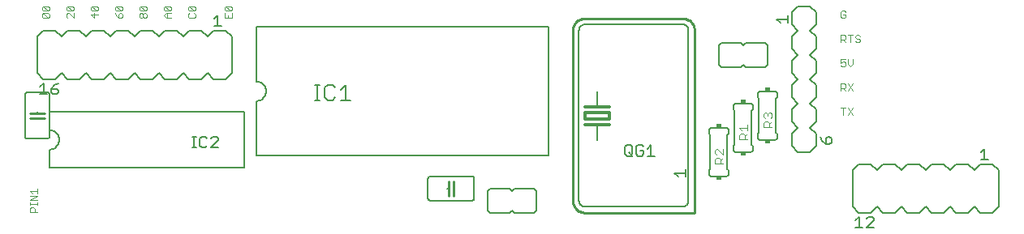
<source format=gto>
G75*
%MOIN*%
%OFA0B0*%
%FSLAX24Y24*%
%IPPOS*%
%LPD*%
%AMOC8*
5,1,8,0,0,1.08239X$1,22.5*
%
%ADD10C,0.0030*%
%ADD11C,0.0060*%
%ADD12C,0.0070*%
%ADD13C,0.0050*%
%ADD14R,0.0200X0.0150*%
%ADD15C,0.0040*%
%ADD16C,0.0100*%
%ADD17C,0.0120*%
D10*
X000375Y002195D02*
X000375Y002340D01*
X000423Y002388D01*
X000520Y002388D01*
X000568Y002340D01*
X000568Y002195D01*
X000665Y002195D02*
X000375Y002195D01*
X000375Y002490D02*
X000375Y002586D01*
X000375Y002538D02*
X000665Y002538D01*
X000665Y002490D02*
X000665Y002586D01*
X000665Y002686D02*
X000375Y002686D01*
X000665Y002880D01*
X000375Y002880D01*
X000472Y002981D02*
X000375Y003077D01*
X000665Y003077D01*
X000665Y002981D02*
X000665Y003174D01*
X000923Y010195D02*
X000875Y010243D01*
X000875Y010340D01*
X000923Y010388D01*
X001117Y010195D01*
X001165Y010243D01*
X001165Y010340D01*
X001117Y010388D01*
X000923Y010388D01*
X000923Y010490D02*
X000875Y010538D01*
X000875Y010635D01*
X000923Y010683D01*
X001117Y010490D01*
X001165Y010538D01*
X001165Y010635D01*
X001117Y010683D01*
X000923Y010683D01*
X000923Y010490D02*
X001117Y010490D01*
X001875Y010538D02*
X001875Y010635D01*
X001923Y010683D01*
X002117Y010490D01*
X002165Y010538D01*
X002165Y010635D01*
X002117Y010683D01*
X001923Y010683D01*
X001875Y010538D02*
X001923Y010490D01*
X002117Y010490D01*
X002165Y010388D02*
X002165Y010195D01*
X001972Y010388D01*
X001923Y010388D01*
X001875Y010340D01*
X001875Y010243D01*
X001923Y010195D01*
X001117Y010195D02*
X000923Y010195D01*
X002875Y010340D02*
X003020Y010195D01*
X003020Y010388D01*
X003117Y010490D02*
X002923Y010683D01*
X003117Y010683D01*
X003165Y010635D01*
X003165Y010538D01*
X003117Y010490D01*
X002923Y010490D01*
X002875Y010538D01*
X002875Y010635D01*
X002923Y010683D01*
X003875Y010635D02*
X003875Y010538D01*
X003923Y010490D01*
X004117Y010490D01*
X003923Y010683D01*
X004117Y010683D01*
X004165Y010635D01*
X004165Y010538D01*
X004117Y010490D01*
X004117Y010388D02*
X004068Y010388D01*
X004020Y010340D01*
X004020Y010195D01*
X004117Y010195D01*
X004165Y010243D01*
X004165Y010340D01*
X004117Y010388D01*
X003923Y010292D02*
X004020Y010195D01*
X003923Y010292D02*
X003875Y010388D01*
X003875Y010635D02*
X003923Y010683D01*
X004875Y010635D02*
X004875Y010538D01*
X004923Y010490D01*
X005117Y010490D01*
X004923Y010683D01*
X005117Y010683D01*
X005165Y010635D01*
X005165Y010538D01*
X005117Y010490D01*
X005117Y010388D02*
X005165Y010340D01*
X005165Y010243D01*
X005117Y010195D01*
X005068Y010195D01*
X005020Y010243D01*
X005020Y010340D01*
X005068Y010388D01*
X005117Y010388D01*
X005020Y010340D02*
X004972Y010388D01*
X004923Y010388D01*
X004875Y010340D01*
X004875Y010243D01*
X004923Y010195D01*
X004972Y010195D01*
X005020Y010243D01*
X005875Y010292D02*
X005972Y010195D01*
X006165Y010195D01*
X006020Y010195D02*
X006020Y010388D01*
X005972Y010388D02*
X006165Y010388D01*
X006117Y010490D02*
X005923Y010683D01*
X006117Y010683D01*
X006165Y010635D01*
X006165Y010538D01*
X006117Y010490D01*
X005923Y010490D01*
X005875Y010538D01*
X005875Y010635D01*
X005923Y010683D01*
X006875Y010635D02*
X006875Y010538D01*
X006923Y010490D01*
X007117Y010490D01*
X006923Y010683D01*
X007117Y010683D01*
X007165Y010635D01*
X007165Y010538D01*
X007117Y010490D01*
X007117Y010388D02*
X007165Y010340D01*
X007165Y010243D01*
X007117Y010195D01*
X006923Y010195D01*
X006875Y010243D01*
X006875Y010340D01*
X006923Y010388D01*
X006875Y010635D02*
X006923Y010683D01*
X005972Y010388D02*
X005875Y010292D01*
X004923Y010683D02*
X004875Y010635D01*
X003165Y010340D02*
X002875Y010340D01*
X008375Y010388D02*
X008375Y010195D01*
X008665Y010195D01*
X008665Y010388D01*
X008617Y010490D02*
X008423Y010490D01*
X008375Y010538D01*
X008375Y010635D01*
X008423Y010683D01*
X008617Y010490D01*
X008665Y010538D01*
X008665Y010635D01*
X008617Y010683D01*
X008423Y010683D01*
X008520Y010292D02*
X008520Y010195D01*
X033695Y010243D02*
X033743Y010195D01*
X033840Y010195D01*
X033888Y010243D01*
X033888Y010340D01*
X033792Y010340D01*
X033888Y010437D02*
X033840Y010485D01*
X033743Y010485D01*
X033695Y010437D01*
X033695Y010243D01*
X033695Y009485D02*
X033840Y009485D01*
X033888Y009437D01*
X033888Y009340D01*
X033840Y009292D01*
X033695Y009292D01*
X033792Y009292D02*
X033888Y009195D01*
X033695Y009195D02*
X033695Y009485D01*
X033990Y009485D02*
X034183Y009485D01*
X034086Y009485D02*
X034086Y009195D01*
X034284Y009243D02*
X034333Y009195D01*
X034429Y009195D01*
X034478Y009243D01*
X034478Y009292D01*
X034429Y009340D01*
X034333Y009340D01*
X034284Y009388D01*
X034284Y009437D01*
X034333Y009485D01*
X034429Y009485D01*
X034478Y009437D01*
X034183Y008485D02*
X034183Y008292D01*
X034086Y008195D01*
X033990Y008292D01*
X033990Y008485D01*
X033888Y008485D02*
X033695Y008485D01*
X033695Y008340D01*
X033792Y008388D01*
X033840Y008388D01*
X033888Y008340D01*
X033888Y008243D01*
X033840Y008195D01*
X033743Y008195D01*
X033695Y008243D01*
X033695Y007485D02*
X033840Y007485D01*
X033888Y007437D01*
X033888Y007340D01*
X033840Y007292D01*
X033695Y007292D01*
X033792Y007292D02*
X033888Y007195D01*
X033990Y007195D02*
X034183Y007485D01*
X033990Y007485D02*
X034183Y007195D01*
X033695Y007195D02*
X033695Y007485D01*
X033695Y006485D02*
X033888Y006485D01*
X033792Y006485D02*
X033792Y006195D01*
X033990Y006195D02*
X034183Y006485D01*
X033990Y006485D02*
X034183Y006195D01*
D11*
X032680Y006430D02*
X032430Y006680D01*
X032680Y006930D01*
X032680Y007430D01*
X032430Y007680D01*
X032680Y007930D01*
X032680Y008430D01*
X032430Y008680D01*
X032680Y008930D01*
X032680Y009430D01*
X032430Y009680D01*
X032680Y009930D01*
X032680Y010430D01*
X032430Y010680D01*
X031930Y010680D01*
X031680Y010430D01*
X031680Y009930D01*
X031930Y009680D01*
X031680Y009430D01*
X031680Y008930D01*
X031930Y008680D01*
X031680Y008430D01*
X031680Y007930D01*
X031930Y007680D01*
X031680Y007430D01*
X031680Y006930D01*
X031930Y006680D01*
X031680Y006430D01*
X031680Y005930D01*
X031930Y005680D01*
X031680Y005430D01*
X031680Y004930D01*
X031930Y004680D01*
X032430Y004680D01*
X032680Y004930D01*
X032680Y005430D01*
X032430Y005680D01*
X032680Y005930D01*
X032680Y006430D01*
X031080Y006930D02*
X031030Y006880D01*
X031030Y005480D01*
X031080Y005430D01*
X031080Y005280D01*
X031078Y005263D01*
X031074Y005246D01*
X031067Y005230D01*
X031057Y005216D01*
X031044Y005203D01*
X031030Y005193D01*
X031014Y005186D01*
X030997Y005182D01*
X030980Y005180D01*
X030380Y005180D01*
X030363Y005182D01*
X030346Y005186D01*
X030330Y005193D01*
X030316Y005203D01*
X030303Y005216D01*
X030293Y005230D01*
X030286Y005246D01*
X030282Y005263D01*
X030280Y005280D01*
X030280Y005430D01*
X030330Y005480D01*
X030330Y006880D01*
X030280Y006930D01*
X030280Y007080D01*
X030282Y007097D01*
X030286Y007114D01*
X030293Y007130D01*
X030303Y007144D01*
X030316Y007157D01*
X030330Y007167D01*
X030346Y007174D01*
X030363Y007178D01*
X030380Y007180D01*
X030980Y007180D01*
X030997Y007178D01*
X031014Y007174D01*
X031030Y007167D01*
X031044Y007157D01*
X031057Y007144D01*
X031067Y007130D01*
X031074Y007114D01*
X031078Y007097D01*
X031080Y007080D01*
X031080Y006930D01*
X029980Y006680D02*
X029380Y006680D01*
X029363Y006678D01*
X029346Y006674D01*
X029330Y006667D01*
X029316Y006657D01*
X029303Y006644D01*
X029293Y006630D01*
X029286Y006614D01*
X029282Y006597D01*
X029280Y006580D01*
X029280Y006430D01*
X029330Y006380D01*
X029330Y004980D01*
X029280Y004930D01*
X029280Y004780D01*
X029282Y004763D01*
X029286Y004746D01*
X029293Y004730D01*
X029303Y004716D01*
X029316Y004703D01*
X029330Y004693D01*
X029346Y004686D01*
X029363Y004682D01*
X029380Y004680D01*
X029980Y004680D01*
X029997Y004682D01*
X030014Y004686D01*
X030030Y004693D01*
X030044Y004703D01*
X030057Y004716D01*
X030067Y004730D01*
X030074Y004746D01*
X030078Y004763D01*
X030080Y004780D01*
X030080Y004930D01*
X030030Y004980D01*
X030030Y006380D01*
X030080Y006430D01*
X030080Y006580D01*
X030078Y006597D01*
X030074Y006614D01*
X030067Y006630D01*
X030057Y006644D01*
X030044Y006657D01*
X030030Y006667D01*
X030014Y006674D01*
X029997Y006678D01*
X029980Y006680D01*
X028980Y005680D02*
X028380Y005680D01*
X028363Y005678D01*
X028346Y005674D01*
X028330Y005667D01*
X028316Y005657D01*
X028303Y005644D01*
X028293Y005630D01*
X028286Y005614D01*
X028282Y005597D01*
X028280Y005580D01*
X028280Y005430D01*
X028330Y005380D01*
X028330Y003980D01*
X028280Y003930D01*
X028280Y003780D01*
X028282Y003763D01*
X028286Y003746D01*
X028293Y003730D01*
X028303Y003716D01*
X028316Y003703D01*
X028330Y003693D01*
X028346Y003686D01*
X028363Y003682D01*
X028380Y003680D01*
X028980Y003680D01*
X028997Y003682D01*
X029014Y003686D01*
X029030Y003693D01*
X029044Y003703D01*
X029057Y003716D01*
X029067Y003730D01*
X029074Y003746D01*
X029078Y003763D01*
X029080Y003780D01*
X029080Y003930D01*
X029030Y003980D01*
X029030Y005380D01*
X029080Y005430D01*
X029080Y005580D01*
X029078Y005597D01*
X029074Y005614D01*
X029067Y005630D01*
X029057Y005644D01*
X029044Y005657D01*
X029030Y005667D01*
X029014Y005674D01*
X028997Y005678D01*
X028980Y005680D01*
X023680Y005810D02*
X023680Y005180D01*
X021680Y004530D02*
X021680Y009830D01*
X009680Y009830D01*
X009680Y007580D01*
X009719Y007578D01*
X009758Y007572D01*
X009796Y007563D01*
X009833Y007550D01*
X009869Y007533D01*
X009902Y007513D01*
X009934Y007489D01*
X009963Y007463D01*
X009989Y007434D01*
X010013Y007402D01*
X010033Y007369D01*
X010050Y007333D01*
X010063Y007296D01*
X010072Y007258D01*
X010078Y007219D01*
X010080Y007180D01*
X010078Y007141D01*
X010072Y007102D01*
X010063Y007064D01*
X010050Y007027D01*
X010033Y006991D01*
X010013Y006958D01*
X009989Y006926D01*
X009963Y006897D01*
X009934Y006871D01*
X009902Y006847D01*
X009869Y006827D01*
X009833Y006810D01*
X009796Y006797D01*
X009758Y006788D01*
X009719Y006782D01*
X009680Y006780D01*
X009680Y004530D01*
X021680Y004530D01*
X018630Y003580D02*
X018630Y002780D01*
X018628Y002763D01*
X018624Y002746D01*
X018617Y002730D01*
X018607Y002716D01*
X018594Y002703D01*
X018580Y002693D01*
X018564Y002686D01*
X018547Y002682D01*
X018530Y002680D01*
X016830Y002680D01*
X016813Y002682D01*
X016796Y002686D01*
X016780Y002693D01*
X016766Y002703D01*
X016753Y002716D01*
X016743Y002730D01*
X016736Y002746D01*
X016732Y002763D01*
X016730Y002780D01*
X016730Y003580D01*
X016732Y003597D01*
X016736Y003614D01*
X016743Y003630D01*
X016753Y003644D01*
X016766Y003657D01*
X016780Y003667D01*
X016796Y003674D01*
X016813Y003678D01*
X016830Y003680D01*
X018530Y003680D01*
X018547Y003678D01*
X018564Y003674D01*
X018580Y003667D01*
X018594Y003657D01*
X018607Y003644D01*
X018617Y003630D01*
X018624Y003614D01*
X018628Y003597D01*
X018630Y003580D01*
X019180Y003080D02*
X019180Y002280D01*
X019280Y002180D01*
X020080Y002180D01*
X020180Y002280D01*
X020280Y002180D01*
X021080Y002180D01*
X021180Y002280D01*
X021180Y003080D01*
X021080Y003180D01*
X020280Y003180D01*
X020180Y003080D01*
X020080Y003180D01*
X019280Y003180D01*
X019180Y003080D01*
X017830Y003180D02*
X017780Y003180D01*
X017580Y003180D02*
X017530Y003180D01*
X022930Y002680D02*
X022930Y009680D01*
X022932Y009710D01*
X022937Y009740D01*
X022946Y009769D01*
X022959Y009796D01*
X022974Y009822D01*
X022993Y009846D01*
X023014Y009867D01*
X023038Y009886D01*
X023064Y009901D01*
X023091Y009914D01*
X023120Y009923D01*
X023150Y009928D01*
X023180Y009930D01*
X027180Y009930D01*
X027210Y009928D01*
X027240Y009923D01*
X027269Y009914D01*
X027296Y009901D01*
X027322Y009886D01*
X027346Y009867D01*
X027367Y009846D01*
X027386Y009822D01*
X027401Y009796D01*
X027414Y009769D01*
X027423Y009740D01*
X027428Y009710D01*
X027430Y009680D01*
X027430Y002680D01*
X027428Y002650D01*
X027423Y002620D01*
X027414Y002591D01*
X027401Y002564D01*
X027386Y002538D01*
X027367Y002514D01*
X027346Y002493D01*
X027322Y002474D01*
X027296Y002459D01*
X027269Y002446D01*
X027240Y002437D01*
X027210Y002432D01*
X027180Y002430D01*
X023180Y002430D01*
X023150Y002432D01*
X023120Y002437D01*
X023091Y002446D01*
X023064Y002459D01*
X023038Y002474D01*
X023014Y002493D01*
X022993Y002514D01*
X022974Y002538D01*
X022959Y002564D01*
X022946Y002591D01*
X022937Y002620D01*
X022932Y002650D01*
X022930Y002680D01*
X034180Y002430D02*
X034180Y003930D01*
X034430Y004180D01*
X034930Y004180D01*
X035180Y003930D01*
X035430Y004180D01*
X035930Y004180D01*
X036180Y003930D01*
X036430Y004180D01*
X036930Y004180D01*
X037180Y003930D01*
X037430Y004180D01*
X037930Y004180D01*
X038180Y003930D01*
X038430Y004180D01*
X038930Y004180D01*
X039180Y003930D01*
X039430Y004180D01*
X039930Y004180D01*
X040180Y003930D01*
X040180Y002430D01*
X039930Y002180D01*
X039430Y002180D01*
X039180Y002430D01*
X038930Y002180D01*
X038430Y002180D01*
X038180Y002430D01*
X037930Y002180D01*
X037430Y002180D01*
X037180Y002430D01*
X036930Y002180D01*
X036430Y002180D01*
X036180Y002430D01*
X035930Y002180D01*
X035430Y002180D01*
X035180Y002430D01*
X034930Y002180D01*
X034430Y002180D01*
X034180Y002430D01*
X023680Y006550D02*
X023680Y007180D01*
X028680Y008280D02*
X028780Y008180D01*
X029580Y008180D01*
X029680Y008280D01*
X029780Y008180D01*
X030580Y008180D01*
X030680Y008280D01*
X030680Y009080D01*
X030580Y009180D01*
X029780Y009180D01*
X029680Y009080D01*
X029580Y009180D01*
X028780Y009180D01*
X028680Y009080D01*
X028680Y008280D01*
X009180Y006330D02*
X009180Y004030D01*
X001180Y004030D01*
X001180Y004780D01*
X001219Y004782D01*
X001258Y004788D01*
X001296Y004797D01*
X001333Y004810D01*
X001369Y004827D01*
X001402Y004847D01*
X001434Y004871D01*
X001463Y004897D01*
X001489Y004926D01*
X001513Y004958D01*
X001533Y004991D01*
X001550Y005027D01*
X001563Y005064D01*
X001572Y005102D01*
X001578Y005141D01*
X001580Y005180D01*
X001578Y005219D01*
X001572Y005258D01*
X001563Y005296D01*
X001550Y005333D01*
X001533Y005369D01*
X001513Y005402D01*
X001489Y005434D01*
X001463Y005463D01*
X001434Y005489D01*
X001402Y005513D01*
X001369Y005533D01*
X001333Y005550D01*
X001296Y005563D01*
X001258Y005572D01*
X001219Y005578D01*
X001180Y005580D01*
X001180Y006330D01*
X009180Y006330D01*
X008430Y007680D02*
X007930Y007680D01*
X007680Y007930D01*
X007430Y007680D01*
X006930Y007680D01*
X006680Y007930D01*
X006430Y007680D01*
X005930Y007680D01*
X005680Y007930D01*
X005430Y007680D01*
X004930Y007680D01*
X004680Y007930D01*
X004430Y007680D01*
X003930Y007680D01*
X003680Y007930D01*
X003430Y007680D01*
X002930Y007680D01*
X002680Y007930D01*
X002430Y007680D01*
X001930Y007680D01*
X001680Y007930D01*
X001430Y007680D01*
X000930Y007680D01*
X000680Y007930D01*
X000680Y009430D01*
X000930Y009680D01*
X001430Y009680D01*
X001680Y009430D01*
X001930Y009680D01*
X002430Y009680D01*
X002680Y009430D01*
X002930Y009680D01*
X003430Y009680D01*
X003680Y009430D01*
X003930Y009680D01*
X004430Y009680D01*
X004680Y009430D01*
X004930Y009680D01*
X005430Y009680D01*
X005680Y009430D01*
X005930Y009680D01*
X006430Y009680D01*
X006680Y009430D01*
X006930Y009680D01*
X007430Y009680D01*
X007680Y009430D01*
X007930Y009680D01*
X008430Y009680D01*
X008680Y009430D01*
X008680Y007930D01*
X008430Y007680D01*
X001180Y007030D02*
X001180Y005330D01*
X001178Y005313D01*
X001174Y005296D01*
X001167Y005280D01*
X001157Y005266D01*
X001144Y005253D01*
X001130Y005243D01*
X001114Y005236D01*
X001097Y005232D01*
X001080Y005230D01*
X000280Y005230D01*
X000263Y005232D01*
X000246Y005236D01*
X000230Y005243D01*
X000216Y005253D01*
X000203Y005266D01*
X000193Y005280D01*
X000186Y005296D01*
X000182Y005313D01*
X000180Y005330D01*
X000180Y007030D01*
X000182Y007047D01*
X000186Y007064D01*
X000193Y007080D01*
X000203Y007094D01*
X000216Y007107D01*
X000230Y007117D01*
X000246Y007124D01*
X000263Y007128D01*
X000280Y007130D01*
X001080Y007130D01*
X001097Y007128D01*
X001114Y007124D01*
X001130Y007117D01*
X001144Y007107D01*
X001157Y007094D01*
X001167Y007080D01*
X001174Y007064D01*
X001178Y007047D01*
X001180Y007030D01*
X000680Y006330D02*
X000680Y006280D01*
X000680Y006080D02*
X000680Y006030D01*
D12*
X012065Y006815D02*
X012275Y006815D01*
X012170Y006815D02*
X012170Y007446D01*
X012065Y007446D02*
X012275Y007446D01*
X012495Y007340D02*
X012600Y007446D01*
X012810Y007446D01*
X012915Y007340D01*
X013139Y007235D02*
X013349Y007446D01*
X013349Y006815D01*
X013139Y006815D02*
X013560Y006815D01*
X012915Y006920D02*
X012810Y006815D01*
X012600Y006815D01*
X012495Y006920D01*
X012495Y007340D01*
D13*
X008123Y005230D02*
X008048Y005305D01*
X007897Y005305D01*
X007822Y005230D01*
X007662Y005230D02*
X007587Y005305D01*
X007437Y005305D01*
X007362Y005230D01*
X007362Y004930D01*
X007437Y004855D01*
X007587Y004855D01*
X007662Y004930D01*
X007822Y004855D02*
X008123Y005155D01*
X008123Y005230D01*
X007205Y005305D02*
X007055Y005305D01*
X007130Y005305D02*
X007130Y004855D01*
X007055Y004855D02*
X007205Y004855D01*
X007822Y004855D02*
X008123Y004855D01*
X001545Y007130D02*
X001545Y007205D01*
X001470Y007280D01*
X001245Y007280D01*
X001245Y007130D01*
X001320Y007055D01*
X001470Y007055D01*
X001545Y007130D01*
X001084Y007055D02*
X000784Y007055D01*
X000934Y007055D02*
X000934Y007505D01*
X000784Y007355D01*
X001245Y007280D02*
X001395Y007430D01*
X001545Y007505D01*
X007945Y009855D02*
X008245Y009855D01*
X008095Y009855D02*
X008095Y010305D01*
X007945Y010155D01*
X024824Y004890D02*
X024899Y004965D01*
X025049Y004965D01*
X025124Y004890D01*
X025124Y004590D01*
X025049Y004515D01*
X024899Y004515D01*
X024824Y004590D01*
X024824Y004890D01*
X025284Y004890D02*
X025284Y004590D01*
X025359Y004515D01*
X025509Y004515D01*
X025584Y004590D01*
X025584Y004740D01*
X025434Y004740D01*
X025745Y004815D02*
X025895Y004965D01*
X025895Y004515D01*
X025745Y004515D02*
X026045Y004515D01*
X025124Y004515D02*
X024974Y004665D01*
X025284Y004890D02*
X025359Y004965D01*
X025509Y004965D01*
X025584Y004890D01*
X027305Y003955D02*
X027305Y003655D01*
X027305Y003805D02*
X026855Y003805D01*
X027005Y003655D01*
X032855Y005295D02*
X032930Y005145D01*
X033080Y004995D01*
X033080Y005220D01*
X033155Y005295D01*
X033230Y005295D01*
X033305Y005220D01*
X033305Y005070D01*
X033230Y004995D01*
X033080Y004995D01*
X039445Y004655D02*
X039595Y004805D01*
X039595Y004355D01*
X039445Y004355D02*
X039745Y004355D01*
X035045Y001930D02*
X034970Y002005D01*
X034820Y002005D01*
X034745Y001930D01*
X035045Y001930D02*
X035045Y001855D01*
X034745Y001555D01*
X035045Y001555D01*
X034584Y001555D02*
X034284Y001555D01*
X034434Y001555D02*
X034434Y002005D01*
X034284Y001855D01*
X031505Y009995D02*
X031505Y010295D01*
X031505Y010145D02*
X031055Y010145D01*
X031205Y009995D01*
D14*
X030680Y007255D03*
X029680Y006755D03*
X028680Y005755D03*
X030680Y005105D03*
X029680Y004605D03*
X028680Y003605D03*
D15*
X028743Y004200D02*
X028743Y004375D01*
X028685Y004434D01*
X028568Y004434D01*
X028510Y004375D01*
X028510Y004200D01*
X028860Y004200D01*
X028743Y004317D02*
X028860Y004434D01*
X028860Y004559D02*
X028626Y004793D01*
X028568Y004793D01*
X028510Y004734D01*
X028510Y004617D01*
X028568Y004559D01*
X028860Y004559D02*
X028860Y004793D01*
X029510Y005200D02*
X029510Y005375D01*
X029568Y005434D01*
X029685Y005434D01*
X029743Y005375D01*
X029743Y005200D01*
X029743Y005317D02*
X029860Y005434D01*
X029860Y005559D02*
X029860Y005793D01*
X029860Y005676D02*
X029510Y005676D01*
X029626Y005559D01*
X030510Y005700D02*
X030510Y005875D01*
X030568Y005934D01*
X030685Y005934D01*
X030743Y005875D01*
X030743Y005700D01*
X030743Y005817D02*
X030860Y005934D01*
X030802Y006059D02*
X030860Y006117D01*
X030860Y006234D01*
X030802Y006293D01*
X030743Y006293D01*
X030685Y006234D01*
X030685Y006176D01*
X030685Y006234D02*
X030626Y006293D01*
X030568Y006293D01*
X030510Y006234D01*
X030510Y006117D01*
X030568Y006059D01*
X030510Y005700D02*
X030860Y005700D01*
X029860Y005200D02*
X029510Y005200D01*
D16*
X023180Y002180D02*
X023136Y002182D01*
X023093Y002188D01*
X023051Y002197D01*
X023009Y002210D01*
X022969Y002227D01*
X022930Y002247D01*
X022893Y002270D01*
X022859Y002297D01*
X022826Y002326D01*
X022797Y002359D01*
X022770Y002393D01*
X022747Y002430D01*
X022727Y002469D01*
X022710Y002509D01*
X022697Y002551D01*
X022688Y002593D01*
X022682Y002636D01*
X022680Y002680D01*
X022680Y009680D01*
X022682Y009724D01*
X022688Y009767D01*
X022697Y009809D01*
X022710Y009851D01*
X022727Y009891D01*
X022747Y009930D01*
X022770Y009967D01*
X022797Y010001D01*
X022826Y010034D01*
X022859Y010063D01*
X022893Y010090D01*
X022930Y010113D01*
X022969Y010133D01*
X023009Y010150D01*
X023051Y010163D01*
X023093Y010172D01*
X023136Y010178D01*
X023180Y010180D01*
X027180Y010180D01*
X027224Y010178D01*
X027267Y010172D01*
X027309Y010163D01*
X027351Y010150D01*
X027391Y010133D01*
X027430Y010113D01*
X027467Y010090D01*
X027501Y010063D01*
X027534Y010034D01*
X027563Y010001D01*
X027590Y009967D01*
X027613Y009930D01*
X027633Y009891D01*
X027650Y009851D01*
X027663Y009809D01*
X027672Y009767D01*
X027678Y009724D01*
X027680Y009680D01*
X027680Y002180D01*
X023180Y002180D01*
X017780Y002880D02*
X017780Y003180D01*
X017780Y003480D01*
X017580Y003480D02*
X017580Y003180D01*
X017580Y002880D01*
X000980Y006080D02*
X000680Y006080D01*
X000380Y006080D01*
X000380Y006280D02*
X000680Y006280D01*
X000980Y006280D01*
D17*
X023180Y006300D02*
X023180Y006050D01*
X024180Y006050D01*
X024180Y006300D01*
X023180Y006300D01*
X023180Y006550D02*
X023680Y006550D01*
X024180Y006550D01*
X024180Y005810D02*
X023680Y005810D01*
X023180Y005810D01*
M02*

</source>
